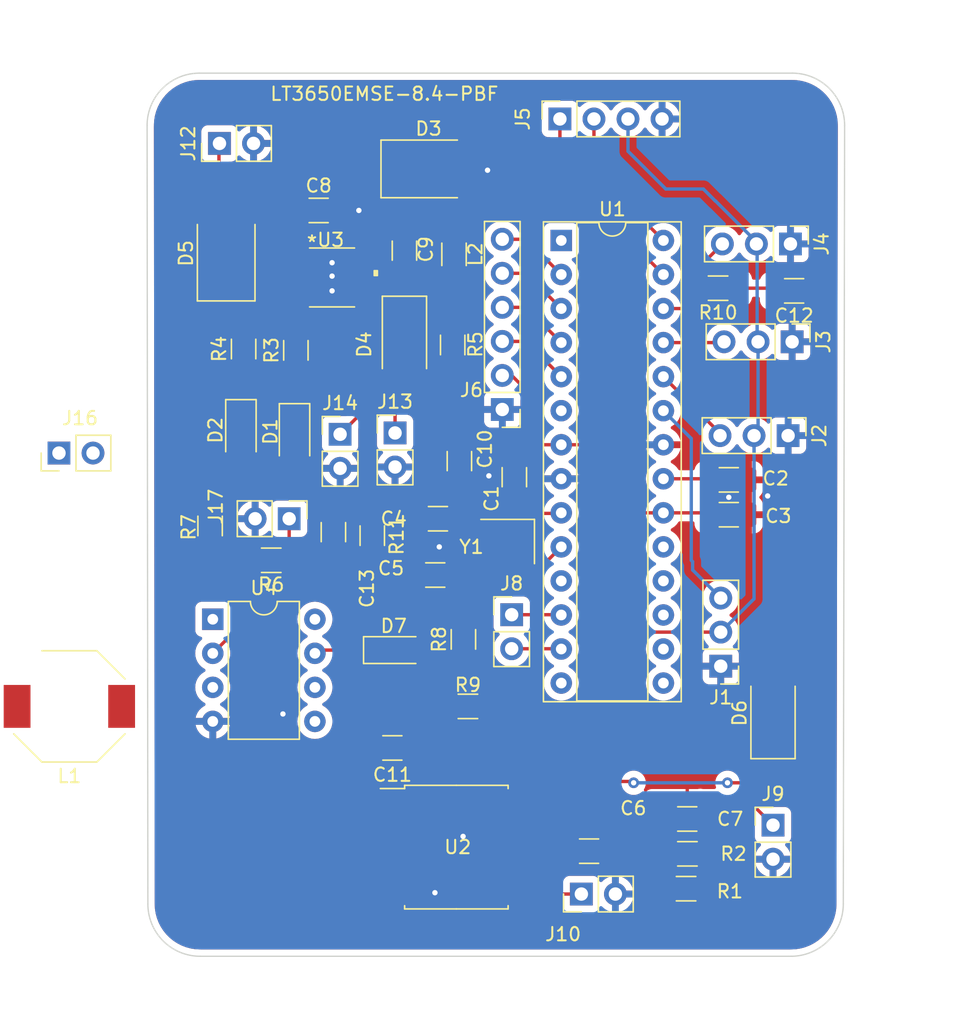
<source format=kicad_pcb>
(kicad_pcb (version 20211014) (generator pcbnew)
  (layers (0 "F.Cu" signal) (31 "B.Cu" signal) (34 "B.Paste" user) (35 "F.Paste" user) (36 "B.SilkS" user "B.Silkscreen") (37 "F.SilkS" user "F.Silkscreen") (38 "B.Mask" user) (39 "F.Mask" user) (44 "Edge.Cuts" user))
  (net 0 "")
  (net 1 "VCC")
  (net 2 "GND")
  (net 3 "Net-(C2-Pad1)")
  (net 4 "Net-(C4-Pad2)")
  (net 5 "Net-(C5-Pad2)")
  (net 6 "Net-(C6-Pad1)")
  (net 7 "Net-(C7-Pad1)")
  (net 8 "Net-(C9-Pad1)")
  (net 9 "Net-(C9-Pad2)")
  (net 10 "Net-(C10-Pad1)")
  (net 11 "Net-(D1-Pad1)")
  (net 12 "Net-(C8-Pad1)")
  (net 13 "Net-(D2-Pad1)")
  (net 14 "Net-(D5-Pad2)")
  (net 15 "Net-(D6-Pad1)")
  (net 16 "Net-(J2-Pad3)")
  (net 17 "Net-(J3-Pad3)")
  (net 18 "Net-(J4-Pad3)")
  (net 19 "Net-(J5-Pad1)")
  (net 20 "Net-(J5-Pad2)")
  (net 21 "Net-(J8-Pad1)")
  (net 22 "Net-(J8-Pad2)")
  (net 23 "Net-(L2-Pad1)")
  (net 24 "Net-(R1-Pad2)")
  (net 25 "Net-(R3-Pad2)")
  (net 26 "Net-(R4-Pad2)")
  (net 33 "Net-(C11-Pad1)")
  (net 34 "Net-(C12-Pad2)")
  (net 35 "Net-(D7-Pad2)")
  (net 36 "Net-(J1-Pad3)")
  (net 39 "Net-(J6-Pad3)")
  (net 40 "Net-(J6-Pad4)")
  (net 41 "Net-(J6-Pad5)")
  (net 42 "Net-(J6-Pad6)")
  (net 43 "Net-(D7-Pad1)")
  (net 44 "Net-(J16-Pad1)")
  (net 45 "Net-(J17-Pad1)")
  (net 48 "Net-(R6-Pad2)")
  (net 50 "Net-(J15-Pad1)")
  (footprint "Capacitor_SMD:C_1206_3216Metric" (layer "F.Cu") (at 126.7 108.3)
    (fp_text reference "C4")
    (fp_text value "22pF")
  )
  (footprint "footprints:LT3650EMSE-8.4-PBF" (layer "F.Cu") (at 118.8 90.3)
    (fp_text reference "U3")
    (fp_text value "LT3650EMSE-8.4-PBF")
  )
  (footprint "Capacitor_SMD:C_1206_3216Metric" (layer "F.Cu") (at 117.8 85.3)
    (fp_text reference "C8")
    (fp_text value "10uF")
  )
  (footprint "Diode_SMD:D_SMB" (layer "F.Cu") (at 126 82.2)
    (fp_text reference "D3")
    (fp_text value "CMPSH3-40MA")
  )
  (footprint "Capacitor_SMD:C_1206_3216Metric" (layer "F.Cu") (at 118.9 109.3 90)
    (fp_text reference "C13")
    (fp_text value "1uF")
  )
  (footprint "Diode_SMD:D_SMB" (layer "F.Cu") (at 110.9 88.5 90)
    (fp_text reference "D5")
    (fp_text value "CMPSH3-40MA")
  )
  (footprint "Connector_PinHeader_2.54mm:PinHeader_1x06_P2.54mm_Vertical" (layer "F.Cu") (at 131.5 100.15 180)
    (fp_text reference "J6")
    (fp_text value "SD Card Reader")
  )
  (footprint "Inductor_SMD:L_1206_3216Metric" (layer "F.Cu") (at 127.9 88.575 90)
    (fp_text reference "L2")
    (fp_text value "10uH")
  )
  (footprint "Crystal:Crystal_SMD_TXC_7M-4Pin_3.2x2.5mm" (layer "F.Cu") (at 131.9 110 180)
    (fp_text reference "Y1")
    (fp_text value "16MHz")
  )
  (footprint "Package_SO:SOIC-14W_7.5x9mm_P1.27mm" (layer "F.Cu") (at 128.075 132.8)
    (fp_text reference "U2")
    (fp_text value "LM2574HVM-12")
  )
  (footprint "Inductor_SMD:L_Bourns-SRU8028_8.0x8.0mm" (layer "F.Cu") (at 99.2 122.3)
    (fp_text reference "L1")
    (fp_text value "330 uH")
  )
  (footprint "Resistor_SMD:R_1206_3216Metric" (layer "F.Cu") (at 145.3125 133.3)
    (fp_text reference "R2")
    (fp_text value "3.1k")
  )
  (footprint "Connector_PinHeader_2.54mm:PinHeader_1x02_P2.54mm_Vertical" (layer "F.Cu") (at 151.7 131.16)
    (fp_text reference "J9")
    (fp_text value "V reg out")
  )
  (footprint "Capacitor_SMD:C_1206_3216Metric" (layer "F.Cu") (at 126.5 112.5)
    (fp_text reference "C5")
    (fp_text value "22pF")
  )
  (footprint "Connector_PinHeader_2.54mm:PinHeader_1x03_P2.54mm_Vertical" (layer "F.Cu") (at 153 87.8 -90)
    (fp_text reference "J4")
    (fp_text value "Conn_01x03_Male")
  )
  (footprint "Resistor_SMD:R_1206_3216Metric" (layer "F.Cu") (at 128.6 117.3 90)
    (fp_text reference "R8")
    (fp_text value "50k")
  )
  (footprint "Resistor_SMD:R_1206_3216Metric" (layer "F.Cu") (at 121.8 109.5625 -90)
    (fp_text reference "R11")
    (fp_text value "1k")
  )
  (footprint "Resistor_SMD:R_1206_3216Metric" (layer "F.Cu") (at 127.8 95.3375 -90)
    (fp_text reference "R5")
    (fp_text value "0.05")
  )
  (footprint "Resistor_SMD:R_1206_3216Metric" (layer "F.Cu") (at 114.2625 111.4 180)
    (fp_text reference "R6")
    (fp_text value "100k")
  )
  (footprint "Connector_PinHeader_2.54mm:PinHeader_1x02_P2.54mm_Vertical" (layer "F.Cu") (at 132.2 115.46)
    (fp_text reference "J8")
    (fp_text value "Cell Module")
  )
  (footprint "Connector_PinHeader_2.54mm:PinHeader_1x02_P2.54mm_Vertical" (layer "F.Cu") (at 110.4 80.3 90)
    (fp_text reference "J12")
    (fp_text value "V Solar")
  )
  (footprint "Capacitor_SMD:C_1206_3216Metric" (layer "F.Cu") (at 137.975 133.1)
    (fp_text reference "C6")
    (fp_text value "22uF")
  )
  (footprint "Diode_SMD:D_1206_3216Metric" (layer "F.Cu") (at 116 102 -90)
    (fp_text reference "D1")
    (fp_text value "Red")
  )
  (footprint "Capacitor_SMD:C_1206_3216Metric" (layer "F.Cu") (at 124.2 88.3 -90)
    (fp_text reference "C9")
    (fp_text value "1uF")
  )
  (footprint "Connector_PinHeader_2.54mm:PinHeader_1x03_P2.54mm_Vertical" (layer "F.Cu") (at 152.825 102.1 -90)
    (fp_text reference "J2")
    (fp_text value "Conn_01x03_Male")
  )
  (footprint "Capacitor_SMD:C_1206_3216Metric" (layer "F.Cu") (at 153.275 91.3 180)
    (fp_text reference "C12")
    (fp_text value "10uF")
  )
  (footprint "Capacitor_SMD:C_1206_3216Metric" (layer "F.Cu") (at 148.4 105.4)
    (fp_text reference "C2")
    (fp_text value "0.1uF")
  )
  (footprint "Connector_PinHeader_2.54mm:PinHeader_1x02_P2.54mm_Vertical" (layer "F.Cu") (at 115.6 108.3 -90)
    (fp_text reference "J17")
    (fp_text value "V Batt in")
  )
  (footprint "Connector_PinHeader_2.54mm:PinHeader_1x02_P2.54mm_Vertical" (layer "F.Cu") (at 119.4 102)
    (fp_text reference "J14")
    (fp_text value "V chrg out")
  )
  (footprint "Resistor_SMD:R_1206_3216Metric" (layer "F.Cu") (at 147.6 91.1 180)
    (fp_text reference "R10")
    (fp_text value "0/160")
  )
  (footprint "Capacitor_SMD:C_1206_3216Metric" (layer "F.Cu") (at 145.3 130.7)
    (fp_text reference "C7")
    (fp_text value "220uF")
  )
  (footprint "Resistor_SMD:R_1206_3216Metric" (layer "F.Cu") (at 112.2 95.6375 90)
    (fp_text reference "R4")
    (fp_text value "5.1k")
  )
  (footprint "Connector_PinHeader_2.54mm:PinHeader_1x03_P2.54mm_Vertical" (layer "F.Cu") (at 147.8 119.3 180)
    (fp_text reference "J1")
    (fp_text value "Conn_01x03_Male")
  )
  (footprint "Capacitor_SMD:C_1206_3216Metric" (layer "F.Cu") (at 132.4 105.2 -90)
    (fp_text reference "C1")
    (fp_text value "0.1uF")
  )
  (footprint "Resistor_SMD:R_1206_3216Metric" (layer "F.Cu") (at 109.7 108.8375 -90)
    (fp_text reference "R7")
    (fp_text value "220k")
  )
  (footprint "Diode_SMD:D_1206_3216Metric" (layer "F.Cu") (at 112 101.7 -90)
    (fp_text reference "D2")
    (fp_text value "Green")
  )
  (footprint "Package_DIP:DIP-28_W7.62mm_Socket" (layer "F.Cu") (at 135.9 87.54)
    (fp_text reference "U1")
    (fp_text value "ATmega328-P")
  )
  (footprint "Connector_PinHeader_2.54mm:PinHeader_1x02_P2.54mm_Vertical" (layer "F.Cu") (at 98.425 103.4 90)
    (fp_text reference "J16")
    (fp_text value "V ref in")
  )
  (footprint "Resistor_SMD:R_1206_3216Metric" (layer "F.Cu") (at 145.2125 135.9)
    (fp_text reference "R1")
    (fp_text value "1K")
  )
  (footprint "Connector_PinHeader_2.54mm:PinHeader_1x02_P2.54mm_Vertical" (layer "F.Cu") (at 123.5 101.9)
    (fp_text reference "J13")
    (fp_text value "V batt")
  )
  (footprint "Connector_PinHeader_2.54mm:PinHeader_1x03_P2.54mm_Vertical" (layer "F.Cu") (at 153.125 95.1 -90)
    (fp_text reference "J3")
    (fp_text value "Conn_01x03_Male")
  )
  (footprint "Capacitor_SMD:C_1206_3216Metric" (layer "F.Cu") (at 148.4 108 180)
    (fp_text reference "C3")
    (fp_text value "0.1uF")
  )
  (footprint "Capacitor_SMD:C_1206_3216Metric" (layer "F.Cu") (at 123.3 125.4)
    (fp_text reference "C11")
    (fp_text value "10uF")
  )
  (footprint "Diode_SMD:D_SOD-123" (layer "F.Cu") (at 123.4 118.1)
    (fp_text reference "D7")
    (fp_text value "1V")
  )
  (footprint "Diode_SMD:D_SMA" (layer "F.Cu") (at 151.7 122.8 90)
    (fp_text reference "D6")
    (fp_text value "11DQ06")
  )
  (footprint "Resistor_SMD:R_1206_3216Metric" (layer "F.Cu") (at 128.9375 122.3)
    (fp_text reference "R9")
    (fp_text value "160")
  )
  (footprint "Package_DIP:DIP-8_W7.62mm" (layer "F.Cu") (at 109.9 115.8)
    (fp_text reference "U4")
    (fp_text value "LM311")
  )
  (footprint "Capacitor_SMD:C_1206_3216Metric" (layer "F.Cu") (at 128.3 104 -90)
    (fp_text reference "C10")
    (fp_text value "10uF")
  )
  (footprint "Connector_PinHeader_2.54mm:PinHeader_1x02_P2.54mm_Vertical" (layer "F.Cu") (at 137.4 136.3 90)
    (fp_text reference "J10")
    (fp_text value "V Reg in")
  )
  (footprint "Connector_PinSocket_2.54mm:PinSocket_1x04_P2.54mm_Vertical" (layer "F.Cu") (at 135.8 78.475 90)
    (fp_text reference "J5")
    (fp_text value "Conn_01x04_Female")
  )
  (footprint "Diode_SMD:D_SMA" (layer "F.Cu") (at 124.2 95.1 -90)
    (fp_text reference "D4")
    (fp_text value "CMPSH1-4")
  )
  (footprint "Resistor_SMD:R_1206_3216Metric" (layer "F.Cu") (at 116.1 95.7375 90)
    (fp_text reference "R3")
    (fp_text value "5.1k")
  )
  (gr_arc (start 105 78.957716) (mid 106.142284 76.2) (end 108.9 75.057716) (layer "Edge.Cuts") (width 0.1))
  (gr_arc (start 108.957716 140.942284) (mid 106.2 139.8) (end 105.057716 137.042284) (layer "Edge.Cuts") (width 0.1))
  (gr_line (start 157.042284 78.957716) (end 156.942284 137.042284) (layer "Edge.Cuts") (width 0.1))
  (gr_line (start 105.057716 137.042284) (end 105 78.957716) (layer "Edge.Cuts") (width 0.1))
  (gr_line (start 108.9 75.057716) (end 153.142284 75.057716) (layer "Edge.Cuts") (width 0.1))
  (gr_arc (start 153.142284 75.057716) (mid 155.9 76.2) (end 157.042284 78.957716) (layer "Edge.Cuts") (width 0.1))
  (gr_line (start 153.042284 140.942284) (end 108.957716 140.942284) (layer "Edge.Cuts") (width 0.1))
  (gr_arc (start 156.942284 137.042284) (mid 155.8 139.8) (end 153.042284 140.942284) (layer "Edge.Cuts") (width 0.1))
  (segment (start 147.8 116.76) (end 139.16 116.76) (width 0.25) (layer "F.Cu") (net 1))
  (segment (start 132.5 102.9) (end 132.5 104.05) (width 0.25) (layer "F.Cu") (net 1))
  (segment (start 132.62 102.78) (end 132.5 102.9) (width 0.25) (layer "F.Cu") (net 1))
  (segment (start 139.26 107.86) (end 143.52 107.86) (width 0.25) (layer "F.Cu") (net 1))
  (segment (start 134.22 99.63) (end 132.2 97.61) (width 0.25) (layer "F.Cu") (net 1))
  (segment (start 139.1 102.8) (end 139.08 102.78) (width 0.25) (layer "F.Cu") (net 1))
  (segment (start 139.1 107.7) (end 139.1 102.8) (width 0.25) (layer "F.Cu") (net 1))
  (segment (start 132.62 102.78) (end 132.54 102.86) (width 0.25) (layer "F.Cu") (net 1))
  (segment (start 134.22 102.78) (end 134.02 102.78) (width 0.25) (layer "F.Cu") (net 1))
  (segment (start 139.1 116.7) (end 139.1 107.7) (width 0.25) (layer "F.Cu") (net 1))
  (segment (start 143.52 107.86) (end 146.785 107.86) (width 0.25) (layer "F.Cu") (net 1))
  (segment (start 139.08 102.78) (end 135.9 102.78) (width 0.25) (layer "F.Cu") (net 1))
  (segment (start 139.1 107.7) (end 139.26 107.86) (width 0.25) (layer "F.Cu") (net 1))
  (segment (start 146.785 107.86) (end 146.925 108) (width 0.25) (layer "F.Cu") (net 1))
  (segment (start 134.22 102.78) (end 134.22 99.63) (width 0.25) (layer "F.Cu") (net 1))
  (segment (start 135.9 102.78) (end 134.22 102.78) (width 0.25) (layer "F.Cu") (net 1))
  (segment (start 134.02 102.78) (end 132.62 102.78) (width 0.25) (layer "F.Cu") (net 1))
  (segment (start 140.88 78.475) (end 140.88 80.88) (width 0.25) (layer "B.Cu") (net 1))
  (segment (start 140.88 80.88) (end 143.7 83.7) (width 0.25) (layer "B.Cu") (net 1))
  (segment (start 146.5 83.7) (end 143.7 83.7) (width 0.25) (layer "B.Cu") (net 1))
  (segment (start 150.585 95.1) (end 150.585 101.8) (width 0.25) (layer "B.Cu") (net 1))
  (segment (start 150.285 114.275) (end 147.8 116.76) (width 0.25) (layer "B.Cu") (net 1))
  (segment (start 147.385 84.585) (end 146.5 83.7) (width 0.25) (layer "B.Cu") (net 1))
  (segment (start 150.585 101.8) (end 150.285 102.1) (width 0.25) (layer "B.Cu") (net 1))
  (segment (start 150.515 87.7) (end 150.515 95.03) (width 0.25) (layer "B.Cu") (net 1))
  (segment (start 150.515 95.03) (end 150.585 95.1) (width 0.25) (layer "B.Cu") (net 1))
  (segment (start 147.4 84.585) (end 150.515 87.7) (width 0.25) (layer "B.Cu") (net 1))
  (segment (start 150.285 102.1) (end 150.285 114.275) (width 0.25) (layer "B.Cu") (net 1))
  (segment (start 147.4 84.585) (end 147.385 84.585) (width 0.25) (layer "B.Cu") (net 1))
  (via (at 151.3 106.6) (size 0.8) (drill 0.4) (layers "F.Cu" "B.Cu") (net 2))
  (via (at 120.8 85.3) (size 0.8) (drill 0.4) (layers "F.Cu" "B.Cu") (net 2))
  (via (at 118.8 91.3) (size 0.8) (drill 0.4) (layers "F.Cu" "B.Cu") (net 2))
  (via (at 130.5 105.1) (size 0.8) (drill 0.4) (layers "F.Cu" "B.Cu") (net 2))
  (via (at 126.8 110.4) (size 0.8) (drill 0.4) (layers "F.Cu" "B.Cu") (net 2))
  (via (at 118.8 89.2) (size 0.8) (drill 0.4) (layers "F.Cu" "B.Cu") (net 2))
  (via (at 148.4 106.7) (size 0.8) (drill 0.4) (layers "F.Cu" "B.Cu") (net 2))
  (via (at 130.4 82.3) (size 0.8) (drill 0.4) (layers "F.Cu" "B.Cu") (net 2))
  (via (at 126.475 136.2) (size 0.8) (drill 0.4) (layers "F.Cu" "B.Cu") (net 2))
  (via (at 118.8 90.2) (size 0.8) (drill 0.4) (layers "F.Cu" "B.Cu") (net 2))
  (via (at 128.575 132) (size 0.8) (drill 0.4) (layers "F.Cu" "B.Cu") (net 2))
  (via (at 115.135 122.865) (size 0.8) (drill 0.4) (layers "F.Cu" "B.Cu") (net 2))
  (segment (start 143.52 105.32) (end 146.845 105.32) (width 0.25) (layer "F.Cu") (net 3))
  (segment (start 146.845 105.32) (end 146.925 105.4) (width 0.25) (layer "F.Cu") (net 3))
  (segment (start 129.9 107.9) (end 129.4 108.4) (width 0.25) (layer "F.Cu") (net 4))
  (segment (start 132.9 107.9) (end 129.9 107.9) (width 0.25) (layer "F.Cu") (net 4))
  (segment (start 133 109.15) (end 133 108) (width 0.25) (layer "F.Cu") (net 4))
  (segment (start 128.275 108.4) (end 128.175 108.3) (width 0.25) (layer "F.Cu") (net 4))
  (segment (start 135.9 107.86) (end 135.86 107.9) (width 0.25) (layer "F.Cu") (net 4))
  (segment (start 135.86 107.9) (end 132.9 107.9) (width 0.25) (layer "F.Cu") (net 4))
  (segment (start 129.4 108.4) (end 128.275 108.4) (width 0.25) (layer "F.Cu") (net 4))
  (segment (start 133 108) (end 132.9 107.9) (width 0.25) (layer "F.Cu") (net 4))
  (segment (start 130.7 112.5) (end 133.8 112.5) (width 0.25) (layer "F.Cu") (net 5))
  (segment (start 130.8 110.85) (end 130.8 112.4) (width 0.25) (layer "F.Cu") (net 5))
  (segment (start 135.9 110.4) (end 133.8 112.5) (width 0.25) (layer "F.Cu") (net 5))
  (segment (start 127.975 112.5) (end 130.7 112.5) (width 0.25) (layer "F.Cu") (net 5))
  (segment (start 130.8 112.4) (end 130.7 112.5) (width 0.25) (layer "F.Cu") (net 5))
  (segment (start 135.075 133.1) (end 136.5 133.1) (width 0.25) (layer "F.Cu") (net 6))
  (segment (start 134.105 134.07) (end 134.625 133.55) (width 0.25) (layer "F.Cu") (net 6))
  (segment (start 132.725 134.07) (end 134.105 134.07) (width 0.25) (layer "F.Cu") (net 6))
  (segment (start 137.4 136.3) (end 135.8 136.3) (width 0.25) (layer "F.Cu") (net 6))
  (segment (start 135.275 134.2) (end 134.625 133.55) (width 0.25) (layer "F.Cu") (net 6))
  (segment (start 134.625 133.55) (end 135.075 133.1) (width 0.25) (layer "F.Cu") (net 6))
  (segment (start 135.8 136.3) (end 135.275 135.775) (width 0.25) (layer "F.Cu") (net 6))
  (segment (start 135.275 135.775) (end 135.275 134.2) (width 0.25) (layer "F.Cu") (net 6))
  (segment (start 145.3 127.6) (end 139 121.3) (width 0.25) (layer "F.Cu") (net 7))
  (segment (start 142.275 132.9) (end 142.275 130.7) (width 0.25) (layer "F.Cu") (net 7))
  (segment (start 139.65 129.8) (end 141.375 129.8) (width 0.25) (layer "F.Cu") (net 7))
  (segment (start 146.275 129.075) (end 146.3 129.1) (width 0.25) (layer "F.Cu") (net 7))
  (segment (start 142.675 133.3) (end 142.275 132.9) (width 0.25) (layer "F.Cu") (net 7))
  (segment (start 143.85 133.3) (end 142.675 133.3) (width 0.25) (layer "F.Cu") (net 7))
  (segment (start 146.3 129.1) (end 149.64 129.1) (width 0.25) (layer "F.Cu") (net 7))
  (segment (start 145.3 129.1) (end 145.3 127.6) (width 0.25) (layer "F.Cu") (net 7))
  (segment (start 142.275 130.7) (end 143.825 130.7) (width 0.25) (layer "F.Cu") (net 7))
  (segment (start 141.6875 130.1125) (end 142.7 129.1) (width 0.25) (layer "F.Cu") (net 7))
  (segment (start 149.64 129.1) (end 151.7 131.16) (width 0.25) (layer "F.Cu") (net 7))
  (segment (start 142.275 130.7) (end 141.6875 130.1125) (width 0.25) (layer "F.Cu") (net 7))
  (segment (start 141.375 129.8) (end 141.6875 130.1125) (width 0.25) (layer "F.Cu") (net 7))
  (segment (start 145.3 129.1) (end 146.3 129.1) (width 0.25) (layer "F.Cu") (net 7))
  (segment (start 142.7 129.1) (end 145.3 129.1) (width 0.25) (layer "F.Cu") (net 7))
  (segment (start 122.4 88.4) (end 122.4 85.7) (width 0.25) (layer "F.Cu") (net 8))
  (segment (start 123.85 82.2) (end 123.85 85.25) (width 0.25) (layer "F.Cu") (net 8))
  (segment (start 127.9 85.3) (end 127.9 87) (width 0.25) (layer "F.Cu") (net 8))
  (segment (start 124.2 85.3) (end 127.9 85.3) (width 0.25) (layer "F.Cu") (net 8))
  (segment (start 122.1256 88.6744) (end 122.4 88.4) (width 0.25) (layer "F.Cu") (net 8))
  (segment (start 122.8 85.3) (end 123.9 85.3) (width 0.25) (layer "F.Cu") (net 8))
  (segment (start 122.4 85.7) (end 122.8 85.3) (width 0.25) (layer "F.Cu") (net 8))
  (segment (start 121.01615 88.6744) (end 122.1256 88.6744) (width 0.25) (layer "F.Cu") (net 8))
  (segment (start 124.2 85.3) (end 124.2 86.825) (width 0.25) (layer "F.Cu") (net 8))
  (segment (start 123.85 85.25) (end 123.9 85.3) (width 0.25) (layer "F.Cu") (net 8))
  (segment (start 123.9 85.3) (end 124.2 85.3) (width 0.25) (layer "F.Cu") (net 8))
  (segment (start 124.2 91) (end 124.2 89.775) (width 0.25) (layer "F.Cu") (net 9))
  (segment (start 122.5 90.7) (end 122.8 91) (width 0.25) (layer "F.Cu") (net 9))
  (segment (start 121.01615 89.32464) (end 122.42464 89.32464) (width 0.25) (layer "F.Cu") (net 9))
  (segment (start 122.8 91) (end 124.2 91) (width 0.25) (layer "F.Cu") (net 9))
  (segment (start 122.5 89.4) (end 122.5 90.7) (width 0.25) (layer "F.Cu") (net 9))
  (segment (start 124.2 93.1) (end 124.2 91) (width 0.25) (layer "F.Cu") (net 9))
  (segment (start 122.42464 89.32464) (end 122.5 89.4) (width 0.25) (layer "F.Cu") (net 9))
  (segment (start 127.75 99.45) (end 127.8 99.4) (width 0.25) (layer "F.Cu") (net 10))
  (segment (start 122.0079 90.70012) (end 122.0079 98.8079) (width 0.25) (layer "F.Cu") (net 10))
  (segment (start 127.8 99.4) (end 127.8 96.8) (width 0.25) (layer "F.Cu") (net 10))
  (segment (start 124.2 99.4) (end 124.15 99.45) (width 0.25) (layer "F.Cu") (net 10))
  (segment (start 122.25 99.05) (end 122.65 99.45) (width 0.25) (layer "F.Cu") (net 10))
  (segment (start 127.8 99.4) (end 128.3 99.9) (width 0.25) (layer "F.Cu") (net 10))
  (segment (start 121.01615 90.62512) (end 121.9329 90.62512) (width 0.25) (layer "F.Cu") (net 10))
  (segment (start 123.45 99.45) (end 124.15 99.45) (width 0.25) (layer "F.Cu") (net 10))
  (segment (start 122.65 99.45) (end 123.45 99.45) (width 0.25) (layer "F.Cu") (net 10))
  (segment (start 123.5 99.5) (end 123.45 99.45) (width 0.25) (layer "F.Cu") (net 10))
  (segment (start 124.2 97.1) (end 124.2 99.4) (width 0.25) (layer "F.Cu") (net 10))
  (segment (start 122.25 99.15) (end 122.25 99.05) (width 0.25) (layer "F.Cu") (net 10))
  (segment (start 124.15 99.45) (end 127.75 99.45) (width 0.25) (layer "F.Cu") (net 10))
  (segment (start 119.4 102) (end 122.25 99.15) (width 0.25) (layer "F.Cu") (net 10))
  (segment (start 128.3 99.9) (end 128.3 102.525) (width 0.25) (layer "F.Cu") (net 10))
  (segment (start 122.0079 98.8079) (end 122.25 99.05) (width 0.25) (layer "F.Cu") (net 10))
  (segment (start 123.5 101.9) (end 123.5 99.5) (width 0.25) (layer "F.Cu") (net 10))
  (segment (start 121.9329 90.62512) (end 122.0079 90.70012) (width 0.25) (layer "F.Cu") (net 10))
  (segment (start 116 97.3) (end 116.1 97.2) (width 0.25) (layer "F.Cu") (net 11))
  (segment (start 116 100.6) (end 116 97.3) (width 0.25) (layer "F.Cu") (net 11))
  (segment (start 113.4 92.5) (end 114.2 91.7) (width 0.25) (layer "F.Cu") (net 12))
  (segment (start 116.58385 88.6744) (end 115.2256 88.6744) (width 0.25) (layer "F.Cu") (net 12))
  (segment (start 111.9 104.8) (end 111.9 103.2) (width 0.25) (layer "F.Cu") (net 12))
  (segment (start 114.2 89.9) (end 114.2 89.2) (width 0.25) (layer "F.Cu") (net 12))
  (segment (start 114.2 89.2) (end 114.2 88.8) (width 0.25) (layer "F.Cu") (net 12))
  (segment (start 115.2256 88.6744) (end 114.3256 88.6744) (width 0.25) (layer "F.Cu") (net 12))
  (segment (start 116.58385 89.97488) (end 114.27488 89.97488) (width 0.25) (layer "F.Cu") (net 12))
  (segment (start 109.7 93.7) (end 109.7 104) (width 0.25) (layer "F.Cu") (net 12))
  (segment (start 116.58385 89.32464) (end 114.32464 89.32464) (width 0.25) (layer "F.Cu") (net 12))
  (segment (start 114.32464 89.32464) (end 114.2 89.2) (width 0.25) (layer "F.Cu") (net 12))
  (segment (start 115.2256 88.6744) (end 115.2256 85.3744) (width 0.25) (layer "F.Cu") (net 12))
  (segment (start 116.1 103.5) (end 116 103.4) (width 0.25) (layer "F.Cu") (net 12))
  (segment (start 110.9 92.5) (end 109.7 93.7) (width 0.25) (layer "F.Cu") (net 12))
  (segment (start 111.9 104.8) (end 116.1 104.8) (width 0.25) (layer "F.Cu") (net 12))
  (segment (start 115.3 85.3) (end 116.325 85.3) (width 0.25) (layer "F.Cu") (net 12))
  (segment (start 114.3256 88.6744) (end 114.2 88.8) (width 0.25) (layer "F.Cu") (net 12))
  (segment (start 110.5 104.8) (end 111.9 104.8) (width 0.25) (layer "F.Cu") (net 12))
  (segment (start 109.7 104) (end 110.5 104.8) (width 0.25) (layer "F.Cu") (net 12))
  (segment (start 110.9 92.5) (end 113.4 92.5) (width 0.25) (layer "F.Cu") (net 12))
  (segment (start 110.9 90.65) (end 110.9 92.5) (width 0.25) (layer "F.Cu") (net 12))
  (segment (start 116.1 104.8) (end 116.1 103.5) (width 0.25) (layer "F.Cu") (net 12))
  (segment (start 111.9 103.2) (end 112 103.1) (width 0.25) (layer "F.Cu") (net 12))
  (segment (start 115.2256 85.3744) (end 115.3 85.3) (width 0.25) (layer "F.Cu") (net 12))
  (segment (start 114.2 91.7) (end 114.2 89.9) (width 0.25) (layer "F.Cu") (net 12))
  (segment (start 114.27488 89.97488) (end 114.2 89.9) (width 0.25) (layer "F.Cu") (net 12))
  (segment (start 112.2 100.1) (end 112.2 97.1) (width 0.25) (layer "F.Cu") (net 13))
  (segment (start 112 100.3) (end 112.2 100.1) (width 0.25) (layer "F.Cu") (net 13))
  (segment (start 110.9 86.35) (end 110.9 83.9) (width 0.25) (layer "F.Cu") (net 14))
  (segment (start 110.9 83.9) (end 110.36 83.36) (width 0.25) (layer "F.Cu") (net 14))
  (segment (start 110.36 83.36) (end 110.36 80.3) (width 0.25) (layer "F.Cu") (net 14))
  (segment (start 135.475 129.8) (end 136.5 129.8) (width 0.25) (layer "F.Cu") (net 15))
  (segment (start 135.475 129.8) (end 135.475 127.9) (width 0.25) (layer "F.Cu") (net 15))
  (segment (start 133.745 131.53) (end 135.475 129.8) (width 0.25) (layer "F.Cu") (net 15))
  (segment (start 148.3 128) (end 150.4 128) (width 0.25) (layer "F.Cu") (net 15))
  (segment (start 141.2 127.9) (end 141.3 128) (width 0.25) (layer "F.Cu") (net 15))
  (segment (start 150.4 128) (end 151.7 126.7) (width 0.25) (layer "F.Cu") (net 15))
  (segment (start 151.7 126.7) (end 151.7 124.8) (width 0.25) (layer "F.Cu") (net 15))
  (segment (start 135.475 127.9) (end 141.2 127.9) (width 0.25) (layer "F.Cu") (net 15))
  (segment (start 132.725 131.53) (end 133.745 131.53) (width 0.25) (layer "F.Cu") (net 15))
  (via (at 141.3 128) (size 0.8) (drill 0.4) (layers "F.Cu" "B.Cu") (net 15))
  (via (at 148.3 128) (size 0.8) (drill 0.4) (layers "F.Cu" "B.Cu") (net 15))
  (segment (start 141.3 128) (end 148.3 128) (width 0.25) (layer "B.Cu") (net 15))
  (segment (start 147.745 101.925) (end 147.745 102.1) (width 0.25) (layer "F.Cu") (net 16))
  (segment (start 143.52 97.7) (end 147.745 101.925) (width 0.25) (layer "F.Cu") (net 16))
  (segment (start 143.52 95.16) (end 147.985 95.16) (width 0.25) (layer "F.Cu") (net 17))
  (segment (start 147.985 95.16) (end 148.045 95.1) (width 0.25) (layer "F.Cu") (net 17))
  (segment (start 146.2 91.0375) (end 146.1375 91.1) (width 0.25) (layer "F.Cu") (net 18))
  (segment (start 147.92 87.8) (end 146.2 89.52) (width 0.25) (layer "F.Cu") (net 18))
  (segment (start 146.2 89.52) (end 146.2 91.0375) (width 0.25) (layer "F.Cu") (net 18))
  (segment (start 143.52 90.08) (end 135.8 82.36) (width 0.25) (layer "F.Cu") (net 19))
  (segment (start 135.8 82.36) (end 135.8 78.475) (width 0.25) (layer "F.Cu") (net 19))
  (segment (start 138.4 82.42) (end 138.4 81.4) (width 0.25) (layer "F.Cu") (net 20))
  (segment (start 143.52 87.54) (end 138.4 82.42) (width 0.25) (layer "F.Cu") (net 20))
  (segment (start 138.34 81.34) (end 138.34 78.475) (width 0.25) (layer "F.Cu") (net 20))
  (segment (start 138.4 81.4) (end 138.34 81.34) (width 0.25) (layer "F.Cu") (net 20))
  (segment (start 135.88 115.46) (end 135.9 115.48) (width 0.25) (layer "F.Cu") (net 21))
  (segment (start 132.2 115.46) (end 135.88 115.46) (width 0.25) (layer "F.Cu") (net 21))
  (segment (start 132.2 118) (end 135.88 118) (width 0.25) (layer "F.Cu") (net 22))
  (segment (start 135.88 118) (end 135.9 118.02) (width 0.25) (layer "F.Cu") (net 22))
  (segment (start 127.9 93.775) (end 127.8 93.875) (width 0.25) (layer "F.Cu") (net 23))
  (segment (start 127.9 90.15) (end 127.9 93.775) (width 0.25) (layer "F.Cu") (net 23))
  (segment (start 148.175 133.2) (end 146.875 133.2) (width 0.25) (layer "F.Cu") (net 24))
  (segment (start 148.175 135.7) (end 148.175 133.2) (width 0.25) (layer "F.Cu") (net 24))
  (segment (start 125.805 131.53) (end 129.175 134.9) (width 0.25) (layer "F.Cu") (net 24))
  (segment (start 130.575 138.1) (end 146.475 138.1) (width 0.25) (layer "F.Cu") (net 24))
  (segment (start 148.175 135.9) (end 148.175 135.7) (width 0.25) (layer "F.Cu") (net 24))
  (segment (start 146.875 133.2) (end 146.775 133.3) (width 0.25) (layer "F.Cu") (net 24))
  (segment (start 129.175 134.9) (end 129.175 136.7) (width 0.25) (layer "F.Cu") (net 24))
  (segment (start 146.475 138.1) (end 148.175 136.4) (width 0.25) (layer "F.Cu") (net 24))
  (segment (start 129.175 136.7) (end 130.575 138.1) (width 0.25) (layer "F.Cu") (net 24))
  (segment (start 148.175 136.4) (end 148.175 135.7) (width 0.25) (layer "F.Cu") (net 24))
  (segment (start 123.425 131.53) (end 125.805 131.53) (width 0.25) (layer "F.Cu") (net 24))
  (segment (start 146.675 135.9) (end 148.175 135.9) (width 0.25) (layer "F.Cu") (net 24))
  (segment (start 115.17464 91.27536) (end 116.58385 91.27536) (width 0.25) (layer "F.Cu") (net 25))
  (segment (start 116.025 93.325) (end 115.15 93.325) (width 0.25) (layer "F.Cu") (net 25))
  (segment (start 115.15 91.3) (end 115.17464 91.27536) (width 0.25) (layer "F.Cu") (net 25))
  (segment (start 115.15 93.325) (end 115.15 91.3) (width 0.25) (layer "F.Cu") (net 25))
  (segment (start 116.1 94.275) (end 116.1 93.4) (width 0.25) (layer "F.Cu") (net 25))
  (segment (start 116.1 93.4) (end 116.025 93.325) (width 0.25) (layer "F.Cu") (net 25))
  (segment (start 112.2 94.175) (end 112.425 94.175) (width 0.25) (layer "F.Cu") (net 26))
  (segment (start 114.72512 90.62512) (end 114.7 90.65024) (width 0.25) (layer "F.Cu") (net 26))
  (segment (start 112.2 94.175) (end 112.361396 94.175) (width 0.25) (layer "F.Cu") (net 26))
  (segment (start 112.361396 94.175) (end 114.7 91.836396) (width 0.25) (layer "F.Cu") (net 26))
  (segment (start 114.7 90.65024) (end 114.7 91.836396) (width 0.25) (layer "F.Cu") (net 26))
  (segment (start 114.72512 90.62512) (end 116.58385 90.62512) (width 0.25) (layer "F.Cu") (net 26))
  (segment (start 149.0625 92.5375) (end 149.0625 91.1) (width 0.25) (layer "F.Cu") (net 34))
  (segment (start 148.12 92.62) (end 143.52 92.62) (width 0.25) (layer "F.Cu") (net 34))
  (segment (start 149 92.6) (end 149.0625 92.5375) (width 0.25) (layer "F.Cu") (net 34))
  (segment (start 151.6 91.1) (end 151.8 91.3) (width 0.25) (layer "F.Cu") (net 34))
  (segment (start 148.12 92.62) (end 148.14 92.6) (width 0.25) (layer "F.Cu") (net 34))
  (segment (start 148.14 92.6) (end 149 92.6) (width 0.25) (layer "F.Cu") (net 34))
  (segment (start 149.0625 91.1) (end 151.6 91.1) (width 0.25) (layer "F.Cu") (net 34))
  (segment (start 128.6 118.7625) (end 128.6 119.9) (width 0.25) (layer "F.Cu") (net 35))
  (segment (start 128.4 120.1) (end 126.5 120.1) (width 0.25) (layer "F.Cu") (net 35))
  (segment (start 126.5 118.1) (end 126.5 120.1) (width 0.25) (layer "F.Cu") (net 35))
  (segment (start 126.5 120.1) (end 126.5 122.2) (width 0.25) (layer "F.Cu") (net 35))
  (segment (start 128.6 119.9) (end 128.4 120.1) (width 0.25) (layer "F.Cu") (net 35))
  (segment (start 125.05 118.1) (end 126.5 118.1) (width 0.25) (layer "F.Cu") (net 35))
  (segment (start 145.7 112.12) (end 147.8 114.22) (width 0.25) (layer "B.Cu") (net 36))
  (segment (start 145.6 102.32) (end 145.6 111.4) (width 0.25) (layer "B.Cu") (net 36))
  (segment (start 143.52 100.24) (end 145.6 102.32) (width 0.25) (layer "B.Cu") (net 36))
  (segment (start 145.7 111.5) (end 145.7 112.12) (width 0.25) (layer "B.Cu") (net 36))
  (segment (start 145.6 111.4) (end 145.7 111.5) (width 0.25) (layer "B.Cu") (net 36))
  (segment (start 133.27 95.07) (end 132.2 95.07) (width 0.25) (layer "F.Cu") (net 39))
  (segment (start 135.9 97.7) (end 133.27 95.07) (width 0.25) (layer "F.Cu") (net 39))
  (segment (start 135.9 95.16) (end 133.27 92.53) (width 0.25) (layer "F.Cu") (net 40))
  (segment (start 133.27 92.53) (end 132.2 92.53) (width 0.25) (layer "F.Cu") (net 40))
  (segment (start 133.27 89.99) (end 132.2 89.99) (width 0.25) (layer "F.Cu") (net 41))
  (segment (start 135.9 92.62) (end 133.27 89.99) (width 0.25) (layer "F.Cu") (net 41))
  (segment (start 135.9 90.08) (end 133.27 87.45) (width 0.25) (layer "F.Cu") (net 42))
  (segment (start 133.27 87.45) (end 132.2 87.45) (width 0.25) (layer "F.Cu") (net 42))
  (segment (start 121.75 118.1) (end 119.9 118.1) (width 0.25) (layer "F.Cu") (net 43))
  (segment (start 119.9 118.1) (end 117.76 118.1) (width 0.25) (layer "F.Cu") (net 43))
  (segment (start 121.8 113.7) (end 121.8 111.025) (width 0.25) (layer "F.Cu") (net 43))
  (segment (start 119.9 118.1) (end 119.9 115.6) (width 0.25) (layer "F.Cu") (net 43))
  (segment (start 117.76 118.1) (end 117.52 118.34) (width 0.25) (layer "F.Cu") (net 43))
  (segment (start 119.9 115.6) (end 121.8 113.7) (width 0.25) (layer "F.Cu") (net 43))
  (segment (start 115.6 108.3) (end 115.6 111.275) (width 0.25) (layer "F.Cu") (net 45))
  (segment (start 115.6 111.275) (end 115.725 111.4) (width 0.25) (layer "F.Cu") (net 45))
  (segment (start 111.5 111.4) (end 109.7 111.4) (width 0.25) (layer "F.Cu") (net 48))
  (segment (start 111.5 116.74) (end 111.5 111.4) (width 0.25) (layer "F.Cu") (net 48))
  (segment (start 109.7 111.4) (end 109.7 110.3) (width 0.25) (layer "F.Cu") (net 48))
  (segment (start 112.8 111.4) (end 111.5 111.4) (width 0.25) (layer "F.Cu") (net 48))
  (segment (start 109.9 118.34) (end 111.5 116.74) (width 0.25) (layer "F.Cu") (net 48))
  (zone (net 2) (net_name "GND") (layers F&B.Cu) (connect_pads (clearance 0.508)) (min_thickness 0.254) (fill yes (thermal_gap 0.508) (thermal_bridge_width 0.508))
    (polygon (pts (xy 166.7 70.4) (xy 165.8 139) (xy 165.7 145.9) (xy 153.9 146) (xy 100.7 145.8) (xy 100.5 69.6)))
  )
)
</source>
